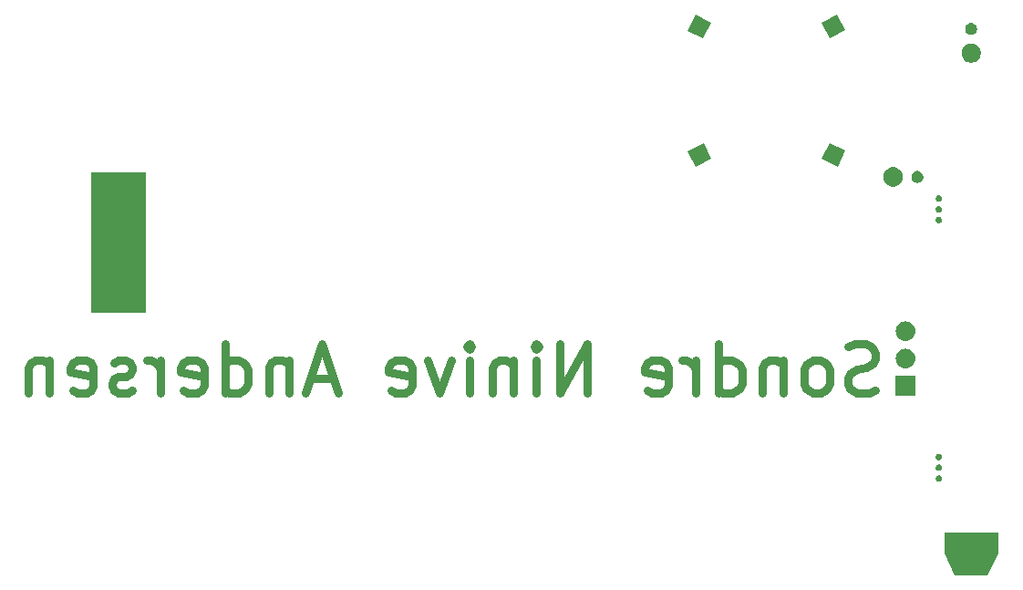
<source format=gbr>
G04 #@! TF.GenerationSoftware,KiCad,Pcbnew,(5.1.2)-2*
G04 #@! TF.CreationDate,2019-09-23T11:47:28+02:00*
G04 #@! TF.ProjectId,BusinessSynth,42757369-6e65-4737-9353-796e74682e6b,rev?*
G04 #@! TF.SameCoordinates,Original*
G04 #@! TF.FileFunction,Soldermask,Bot*
G04 #@! TF.FilePolarity,Negative*
%FSLAX46Y46*%
G04 Gerber Fmt 4.6, Leading zero omitted, Abs format (unit mm)*
G04 Created by KiCad (PCBNEW (5.1.2)-2) date 2019-09-23 11:47:28*
%MOMM*%
%LPD*%
G04 APERTURE LIST*
%ADD10C,0.800000*%
%ADD11C,0.100000*%
G04 APERTURE END LIST*
D10*
X184622857Y-105821428D02*
X183980000Y-106035714D01*
X182908571Y-106035714D01*
X182480000Y-105821428D01*
X182265714Y-105607142D01*
X182051428Y-105178571D01*
X182051428Y-104750000D01*
X182265714Y-104321428D01*
X182480000Y-104107142D01*
X182908571Y-103892857D01*
X183765714Y-103678571D01*
X184194285Y-103464285D01*
X184408571Y-103250000D01*
X184622857Y-102821428D01*
X184622857Y-102392857D01*
X184408571Y-101964285D01*
X184194285Y-101750000D01*
X183765714Y-101535714D01*
X182694285Y-101535714D01*
X182051428Y-101750000D01*
X179480000Y-106035714D02*
X179908571Y-105821428D01*
X180122857Y-105607142D01*
X180337142Y-105178571D01*
X180337142Y-103892857D01*
X180122857Y-103464285D01*
X179908571Y-103250000D01*
X179480000Y-103035714D01*
X178837142Y-103035714D01*
X178408571Y-103250000D01*
X178194285Y-103464285D01*
X177980000Y-103892857D01*
X177980000Y-105178571D01*
X178194285Y-105607142D01*
X178408571Y-105821428D01*
X178837142Y-106035714D01*
X179480000Y-106035714D01*
X176051428Y-103035714D02*
X176051428Y-106035714D01*
X176051428Y-103464285D02*
X175837142Y-103250000D01*
X175408571Y-103035714D01*
X174765714Y-103035714D01*
X174337142Y-103250000D01*
X174122857Y-103678571D01*
X174122857Y-106035714D01*
X170051428Y-106035714D02*
X170051428Y-101535714D01*
X170051428Y-105821428D02*
X170480000Y-106035714D01*
X171337142Y-106035714D01*
X171765714Y-105821428D01*
X171980000Y-105607142D01*
X172194285Y-105178571D01*
X172194285Y-103892857D01*
X171980000Y-103464285D01*
X171765714Y-103250000D01*
X171337142Y-103035714D01*
X170480000Y-103035714D01*
X170051428Y-103250000D01*
X167908571Y-106035714D02*
X167908571Y-103035714D01*
X167908571Y-103892857D02*
X167694285Y-103464285D01*
X167480000Y-103250000D01*
X167051428Y-103035714D01*
X166622857Y-103035714D01*
X163408571Y-105821428D02*
X163837142Y-106035714D01*
X164694285Y-106035714D01*
X165122857Y-105821428D01*
X165337142Y-105392857D01*
X165337142Y-103678571D01*
X165122857Y-103250000D01*
X164694285Y-103035714D01*
X163837142Y-103035714D01*
X163408571Y-103250000D01*
X163194285Y-103678571D01*
X163194285Y-104107142D01*
X165337142Y-104535714D01*
X157837142Y-106035714D02*
X157837142Y-101535714D01*
X155265714Y-106035714D01*
X155265714Y-101535714D01*
X153122857Y-106035714D02*
X153122857Y-103035714D01*
X153122857Y-101535714D02*
X153337142Y-101750000D01*
X153122857Y-101964285D01*
X152908571Y-101750000D01*
X153122857Y-101535714D01*
X153122857Y-101964285D01*
X150980000Y-103035714D02*
X150980000Y-106035714D01*
X150980000Y-103464285D02*
X150765714Y-103250000D01*
X150337142Y-103035714D01*
X149694285Y-103035714D01*
X149265714Y-103250000D01*
X149051428Y-103678571D01*
X149051428Y-106035714D01*
X146908571Y-106035714D02*
X146908571Y-103035714D01*
X146908571Y-101535714D02*
X147122857Y-101750000D01*
X146908571Y-101964285D01*
X146694285Y-101750000D01*
X146908571Y-101535714D01*
X146908571Y-101964285D01*
X145194285Y-103035714D02*
X144122857Y-106035714D01*
X143051428Y-103035714D01*
X139622857Y-105821428D02*
X140051428Y-106035714D01*
X140908571Y-106035714D01*
X141337142Y-105821428D01*
X141551428Y-105392857D01*
X141551428Y-103678571D01*
X141337142Y-103250000D01*
X140908571Y-103035714D01*
X140051428Y-103035714D01*
X139622857Y-103250000D01*
X139408571Y-103678571D01*
X139408571Y-104107142D01*
X141551428Y-104535714D01*
X134265714Y-104750000D02*
X132122857Y-104750000D01*
X134694285Y-106035714D02*
X133194285Y-101535714D01*
X131694285Y-106035714D01*
X130194285Y-103035714D02*
X130194285Y-106035714D01*
X130194285Y-103464285D02*
X129980000Y-103250000D01*
X129551428Y-103035714D01*
X128908571Y-103035714D01*
X128480000Y-103250000D01*
X128265714Y-103678571D01*
X128265714Y-106035714D01*
X124194285Y-106035714D02*
X124194285Y-101535714D01*
X124194285Y-105821428D02*
X124622857Y-106035714D01*
X125480000Y-106035714D01*
X125908571Y-105821428D01*
X126122857Y-105607142D01*
X126337142Y-105178571D01*
X126337142Y-103892857D01*
X126122857Y-103464285D01*
X125908571Y-103250000D01*
X125480000Y-103035714D01*
X124622857Y-103035714D01*
X124194285Y-103250000D01*
X120337142Y-105821428D02*
X120765714Y-106035714D01*
X121622857Y-106035714D01*
X122051428Y-105821428D01*
X122265714Y-105392857D01*
X122265714Y-103678571D01*
X122051428Y-103250000D01*
X121622857Y-103035714D01*
X120765714Y-103035714D01*
X120337142Y-103250000D01*
X120122857Y-103678571D01*
X120122857Y-104107142D01*
X122265714Y-104535714D01*
X118194285Y-106035714D02*
X118194285Y-103035714D01*
X118194285Y-103892857D02*
X117980000Y-103464285D01*
X117765714Y-103250000D01*
X117337142Y-103035714D01*
X116908571Y-103035714D01*
X115622857Y-105821428D02*
X115194285Y-106035714D01*
X114337142Y-106035714D01*
X113908571Y-105821428D01*
X113694285Y-105392857D01*
X113694285Y-105178571D01*
X113908571Y-104750000D01*
X114337142Y-104535714D01*
X114980000Y-104535714D01*
X115408571Y-104321428D01*
X115622857Y-103892857D01*
X115622857Y-103678571D01*
X115408571Y-103250000D01*
X114980000Y-103035714D01*
X114337142Y-103035714D01*
X113908571Y-103250000D01*
X110051428Y-105821428D02*
X110480000Y-106035714D01*
X111337142Y-106035714D01*
X111765714Y-105821428D01*
X111980000Y-105392857D01*
X111980000Y-103678571D01*
X111765714Y-103250000D01*
X111337142Y-103035714D01*
X110480000Y-103035714D01*
X110051428Y-103250000D01*
X109837142Y-103678571D01*
X109837142Y-104107142D01*
X111980000Y-104535714D01*
X107908571Y-103035714D02*
X107908571Y-106035714D01*
X107908571Y-103464285D02*
X107694285Y-103250000D01*
X107265714Y-103035714D01*
X106622857Y-103035714D01*
X106194285Y-103250000D01*
X105980000Y-103678571D01*
X105980000Y-106035714D01*
D11*
G36*
X196000000Y-121000000D02*
G01*
X195000000Y-123000000D01*
X192000000Y-123000000D01*
X191000000Y-121000000D01*
X191000000Y-119000000D01*
X196000000Y-119000000D01*
X196000000Y-121000000D01*
X196000000Y-121000000D01*
G37*
G36*
X190587802Y-113710567D02*
G01*
X190642574Y-113733255D01*
X190691875Y-113766197D01*
X190733803Y-113808125D01*
X190766745Y-113857426D01*
X190789433Y-113912198D01*
X190801000Y-113970354D01*
X190801000Y-114029646D01*
X190789433Y-114087802D01*
X190766745Y-114142574D01*
X190733803Y-114191875D01*
X190691875Y-114233803D01*
X190642574Y-114266745D01*
X190587802Y-114289433D01*
X190529646Y-114301000D01*
X190470354Y-114301000D01*
X190412198Y-114289433D01*
X190357426Y-114266745D01*
X190308125Y-114233803D01*
X190266197Y-114191875D01*
X190233255Y-114142574D01*
X190210567Y-114087802D01*
X190199000Y-114029646D01*
X190199000Y-113970354D01*
X190210567Y-113912198D01*
X190233255Y-113857426D01*
X190266197Y-113808125D01*
X190308125Y-113766197D01*
X190357426Y-113733255D01*
X190412198Y-113710567D01*
X190470354Y-113699000D01*
X190529646Y-113699000D01*
X190587802Y-113710567D01*
X190587802Y-113710567D01*
G37*
G36*
X190587802Y-112710567D02*
G01*
X190642574Y-112733255D01*
X190691875Y-112766197D01*
X190733803Y-112808125D01*
X190766745Y-112857426D01*
X190789433Y-112912198D01*
X190801000Y-112970354D01*
X190801000Y-113029646D01*
X190789433Y-113087802D01*
X190766745Y-113142574D01*
X190733803Y-113191875D01*
X190691875Y-113233803D01*
X190642574Y-113266745D01*
X190587802Y-113289433D01*
X190529646Y-113301000D01*
X190470354Y-113301000D01*
X190412198Y-113289433D01*
X190357426Y-113266745D01*
X190308125Y-113233803D01*
X190266197Y-113191875D01*
X190233255Y-113142574D01*
X190210567Y-113087802D01*
X190199000Y-113029646D01*
X190199000Y-112970354D01*
X190210567Y-112912198D01*
X190233255Y-112857426D01*
X190266197Y-112808125D01*
X190308125Y-112766197D01*
X190357426Y-112733255D01*
X190412198Y-112710567D01*
X190470354Y-112699000D01*
X190529646Y-112699000D01*
X190587802Y-112710567D01*
X190587802Y-112710567D01*
G37*
G36*
X190587802Y-111710567D02*
G01*
X190642574Y-111733255D01*
X190691875Y-111766197D01*
X190733803Y-111808125D01*
X190766745Y-111857426D01*
X190789433Y-111912198D01*
X190801000Y-111970354D01*
X190801000Y-112029646D01*
X190789433Y-112087802D01*
X190766745Y-112142574D01*
X190733803Y-112191875D01*
X190691875Y-112233803D01*
X190642574Y-112266745D01*
X190587802Y-112289433D01*
X190529646Y-112301000D01*
X190470354Y-112301000D01*
X190412198Y-112289433D01*
X190357426Y-112266745D01*
X190308125Y-112233803D01*
X190266197Y-112191875D01*
X190233255Y-112142574D01*
X190210567Y-112087802D01*
X190199000Y-112029646D01*
X190199000Y-111970354D01*
X190210567Y-111912198D01*
X190233255Y-111857426D01*
X190266197Y-111808125D01*
X190308125Y-111766197D01*
X190357426Y-111733255D01*
X190412198Y-111710567D01*
X190470354Y-111699000D01*
X190529646Y-111699000D01*
X190587802Y-111710567D01*
X190587802Y-111710567D01*
G37*
G36*
X188301000Y-106301000D02*
G01*
X186499000Y-106301000D01*
X186499000Y-104499000D01*
X188301000Y-104499000D01*
X188301000Y-106301000D01*
X188301000Y-106301000D01*
G37*
G36*
X187576627Y-101972037D02*
G01*
X187746466Y-102023557D01*
X187746468Y-102023558D01*
X187902992Y-102107222D01*
X188040186Y-102219814D01*
X188152778Y-102357008D01*
X188236442Y-102513532D01*
X188236443Y-102513534D01*
X188287963Y-102683373D01*
X188305359Y-102860000D01*
X188287963Y-103036627D01*
X188236443Y-103206466D01*
X188236442Y-103206468D01*
X188152778Y-103362992D01*
X188040186Y-103500186D01*
X187902992Y-103612778D01*
X187746468Y-103696442D01*
X187746466Y-103696443D01*
X187576627Y-103747963D01*
X187444258Y-103761000D01*
X187355742Y-103761000D01*
X187223373Y-103747963D01*
X187053534Y-103696443D01*
X187053532Y-103696442D01*
X186897008Y-103612778D01*
X186759814Y-103500186D01*
X186647222Y-103362992D01*
X186563558Y-103206468D01*
X186563557Y-103206466D01*
X186512037Y-103036627D01*
X186494641Y-102860000D01*
X186512037Y-102683373D01*
X186563557Y-102513534D01*
X186563558Y-102513532D01*
X186647222Y-102357008D01*
X186759814Y-102219814D01*
X186897008Y-102107222D01*
X187053532Y-102023558D01*
X187053534Y-102023557D01*
X187223373Y-101972037D01*
X187355742Y-101959000D01*
X187444258Y-101959000D01*
X187576627Y-101972037D01*
X187576627Y-101972037D01*
G37*
G36*
X187576627Y-99432037D02*
G01*
X187746466Y-99483557D01*
X187746468Y-99483558D01*
X187902992Y-99567222D01*
X188040186Y-99679814D01*
X188152778Y-99817008D01*
X188236442Y-99973532D01*
X188236443Y-99973534D01*
X188287963Y-100143373D01*
X188305359Y-100320000D01*
X188287963Y-100496627D01*
X188236443Y-100666466D01*
X188236442Y-100666468D01*
X188152778Y-100822992D01*
X188040186Y-100960186D01*
X187902992Y-101072778D01*
X187746468Y-101156442D01*
X187746466Y-101156443D01*
X187576627Y-101207963D01*
X187444258Y-101221000D01*
X187355742Y-101221000D01*
X187223373Y-101207963D01*
X187053534Y-101156443D01*
X187053532Y-101156442D01*
X186897008Y-101072778D01*
X186759814Y-100960186D01*
X186647222Y-100822992D01*
X186563558Y-100666468D01*
X186563557Y-100666466D01*
X186512037Y-100496627D01*
X186494641Y-100320000D01*
X186512037Y-100143373D01*
X186563557Y-99973534D01*
X186563558Y-99973532D01*
X186647222Y-99817008D01*
X186759814Y-99679814D01*
X186897008Y-99567222D01*
X187053532Y-99483558D01*
X187053534Y-99483557D01*
X187223373Y-99432037D01*
X187355742Y-99419000D01*
X187444258Y-99419000D01*
X187576627Y-99432037D01*
X187576627Y-99432037D01*
G37*
G36*
X116901000Y-98651000D02*
G01*
X111799000Y-98651000D01*
X111799000Y-85549000D01*
X116901000Y-85549000D01*
X116901000Y-98651000D01*
X116901000Y-98651000D01*
G37*
G36*
X190587802Y-89710567D02*
G01*
X190642574Y-89733255D01*
X190691875Y-89766197D01*
X190733803Y-89808125D01*
X190766745Y-89857426D01*
X190789433Y-89912198D01*
X190801000Y-89970354D01*
X190801000Y-90029646D01*
X190789433Y-90087802D01*
X190766745Y-90142574D01*
X190733803Y-90191875D01*
X190691875Y-90233803D01*
X190642574Y-90266745D01*
X190587802Y-90289433D01*
X190529646Y-90301000D01*
X190470354Y-90301000D01*
X190412198Y-90289433D01*
X190357426Y-90266745D01*
X190308125Y-90233803D01*
X190266197Y-90191875D01*
X190233255Y-90142574D01*
X190210567Y-90087802D01*
X190199000Y-90029646D01*
X190199000Y-89970354D01*
X190210567Y-89912198D01*
X190233255Y-89857426D01*
X190266197Y-89808125D01*
X190308125Y-89766197D01*
X190357426Y-89733255D01*
X190412198Y-89710567D01*
X190470354Y-89699000D01*
X190529646Y-89699000D01*
X190587802Y-89710567D01*
X190587802Y-89710567D01*
G37*
G36*
X190587802Y-88710567D02*
G01*
X190642574Y-88733255D01*
X190691875Y-88766197D01*
X190733803Y-88808125D01*
X190766745Y-88857426D01*
X190789433Y-88912198D01*
X190801000Y-88970354D01*
X190801000Y-89029646D01*
X190789433Y-89087802D01*
X190766745Y-89142574D01*
X190733803Y-89191875D01*
X190691875Y-89233803D01*
X190642574Y-89266745D01*
X190587802Y-89289433D01*
X190529646Y-89301000D01*
X190470354Y-89301000D01*
X190412198Y-89289433D01*
X190357426Y-89266745D01*
X190308125Y-89233803D01*
X190266197Y-89191875D01*
X190233255Y-89142574D01*
X190210567Y-89087802D01*
X190199000Y-89029646D01*
X190199000Y-88970354D01*
X190210567Y-88912198D01*
X190233255Y-88857426D01*
X190266197Y-88808125D01*
X190308125Y-88766197D01*
X190357426Y-88733255D01*
X190412198Y-88710567D01*
X190470354Y-88699000D01*
X190529646Y-88699000D01*
X190587802Y-88710567D01*
X190587802Y-88710567D01*
G37*
G36*
X190587802Y-87710567D02*
G01*
X190642574Y-87733255D01*
X190691875Y-87766197D01*
X190733803Y-87808125D01*
X190766745Y-87857426D01*
X190789433Y-87912198D01*
X190801000Y-87970354D01*
X190801000Y-88029646D01*
X190789433Y-88087802D01*
X190766745Y-88142574D01*
X190733803Y-88191875D01*
X190691875Y-88233803D01*
X190642574Y-88266745D01*
X190587802Y-88289433D01*
X190529646Y-88301000D01*
X190470354Y-88301000D01*
X190412198Y-88289433D01*
X190357426Y-88266745D01*
X190308125Y-88233803D01*
X190266197Y-88191875D01*
X190233255Y-88142574D01*
X190210567Y-88087802D01*
X190199000Y-88029646D01*
X190199000Y-87970354D01*
X190210567Y-87912198D01*
X190233255Y-87857426D01*
X190266197Y-87808125D01*
X190308125Y-87766197D01*
X190357426Y-87733255D01*
X190412198Y-87710567D01*
X190470354Y-87699000D01*
X190529646Y-87699000D01*
X190587802Y-87710567D01*
X190587802Y-87710567D01*
G37*
G36*
X186512812Y-85133624D02*
G01*
X186512814Y-85133625D01*
X186512815Y-85133625D01*
X186676784Y-85201544D01*
X186824354Y-85300147D01*
X186949853Y-85425646D01*
X187048456Y-85573216D01*
X187116376Y-85737188D01*
X187151000Y-85911259D01*
X187151000Y-86088741D01*
X187116376Y-86262812D01*
X187048456Y-86426784D01*
X186949853Y-86574354D01*
X186824354Y-86699853D01*
X186676784Y-86798456D01*
X186512815Y-86866375D01*
X186512814Y-86866375D01*
X186512812Y-86866376D01*
X186338741Y-86901000D01*
X186161259Y-86901000D01*
X185987188Y-86866376D01*
X185987186Y-86866375D01*
X185987185Y-86866375D01*
X185823216Y-86798456D01*
X185675646Y-86699853D01*
X185550147Y-86574354D01*
X185451544Y-86426784D01*
X185383624Y-86262812D01*
X185349000Y-86088741D01*
X185349000Y-85911259D01*
X185383624Y-85737188D01*
X185451544Y-85573216D01*
X185550147Y-85425646D01*
X185675646Y-85300147D01*
X185823216Y-85201544D01*
X185987185Y-85133625D01*
X185987186Y-85133625D01*
X185987188Y-85133624D01*
X186161259Y-85099000D01*
X186338741Y-85099000D01*
X186512812Y-85133624D01*
X186512812Y-85133624D01*
G37*
G36*
X188589753Y-85456058D02*
G01*
X188660723Y-85470175D01*
X188760996Y-85511710D01*
X188851242Y-85572010D01*
X188927990Y-85648758D01*
X188927993Y-85648763D01*
X188988290Y-85739004D01*
X189029825Y-85839277D01*
X189051000Y-85945732D01*
X189051000Y-86054268D01*
X189029825Y-86160723D01*
X188988290Y-86260996D01*
X188927990Y-86351242D01*
X188851242Y-86427990D01*
X188760996Y-86488290D01*
X188660723Y-86529825D01*
X188589753Y-86543942D01*
X188554269Y-86551000D01*
X188445731Y-86551000D01*
X188410247Y-86543942D01*
X188339277Y-86529825D01*
X188239004Y-86488290D01*
X188148758Y-86427990D01*
X188072010Y-86351242D01*
X188011710Y-86260996D01*
X187970175Y-86160723D01*
X187949000Y-86054268D01*
X187949000Y-85945732D01*
X187970175Y-85839277D01*
X188011710Y-85739004D01*
X188072007Y-85648763D01*
X188072010Y-85648758D01*
X188148758Y-85572010D01*
X188239004Y-85511710D01*
X188339277Y-85470175D01*
X188410247Y-85456058D01*
X188445731Y-85449000D01*
X188554269Y-85449000D01*
X188589753Y-85456058D01*
X188589753Y-85456058D01*
G37*
G36*
X169379226Y-84319845D02*
G01*
X167925331Y-85047902D01*
X167197274Y-83594007D01*
X168651169Y-82865950D01*
X169379226Y-84319845D01*
X169379226Y-84319845D01*
G37*
G36*
X181821328Y-83574843D02*
G01*
X181095810Y-85030007D01*
X179640646Y-84304489D01*
X180366164Y-82849325D01*
X181821328Y-83574843D01*
X181821328Y-83574843D01*
G37*
G36*
X193762812Y-73633624D02*
G01*
X193762814Y-73633625D01*
X193762815Y-73633625D01*
X193926784Y-73701544D01*
X194074354Y-73800147D01*
X194199853Y-73925646D01*
X194298456Y-74073216D01*
X194366376Y-74237188D01*
X194401000Y-74411259D01*
X194401000Y-74588741D01*
X194366376Y-74762812D01*
X194298456Y-74926784D01*
X194199853Y-75074354D01*
X194074354Y-75199853D01*
X193926784Y-75298456D01*
X193762815Y-75366375D01*
X193762814Y-75366375D01*
X193762812Y-75366376D01*
X193588741Y-75401000D01*
X193411259Y-75401000D01*
X193237188Y-75366376D01*
X193237186Y-75366375D01*
X193237185Y-75366375D01*
X193073216Y-75298456D01*
X192925646Y-75199853D01*
X192800147Y-75074354D01*
X192701544Y-74926784D01*
X192633624Y-74762812D01*
X192599000Y-74588741D01*
X192599000Y-74411259D01*
X192633624Y-74237188D01*
X192701544Y-74073216D01*
X192800147Y-73925646D01*
X192925646Y-73800147D01*
X193073216Y-73701544D01*
X193237185Y-73633625D01*
X193237186Y-73633625D01*
X193237188Y-73633624D01*
X193411259Y-73599000D01*
X193588741Y-73599000D01*
X193762812Y-73633624D01*
X193762812Y-73633624D01*
G37*
G36*
X169359354Y-71695511D02*
G01*
X168633836Y-73150675D01*
X167178672Y-72425157D01*
X167904190Y-70969993D01*
X169359354Y-71695511D01*
X169359354Y-71695511D01*
G37*
G36*
X181802726Y-72405993D02*
G01*
X180348831Y-73134050D01*
X179620774Y-71680155D01*
X181074669Y-70952098D01*
X181802726Y-72405993D01*
X181802726Y-72405993D01*
G37*
G36*
X193589753Y-71706058D02*
G01*
X193660723Y-71720175D01*
X193760996Y-71761710D01*
X193851242Y-71822010D01*
X193927990Y-71898758D01*
X193927993Y-71898763D01*
X193988290Y-71989004D01*
X194029825Y-72089277D01*
X194051000Y-72195732D01*
X194051000Y-72304268D01*
X194029825Y-72410723D01*
X193988290Y-72510996D01*
X193927990Y-72601242D01*
X193851242Y-72677990D01*
X193760996Y-72738290D01*
X193660723Y-72779825D01*
X193589753Y-72793942D01*
X193554269Y-72801000D01*
X193445731Y-72801000D01*
X193410247Y-72793942D01*
X193339277Y-72779825D01*
X193239004Y-72738290D01*
X193148758Y-72677990D01*
X193072010Y-72601242D01*
X193011710Y-72510996D01*
X192970175Y-72410723D01*
X192949000Y-72304268D01*
X192949000Y-72195732D01*
X192970175Y-72089277D01*
X193011710Y-71989004D01*
X193072007Y-71898763D01*
X193072010Y-71898758D01*
X193148758Y-71822010D01*
X193239004Y-71761710D01*
X193339277Y-71720175D01*
X193410247Y-71706058D01*
X193445731Y-71699000D01*
X193554269Y-71699000D01*
X193589753Y-71706058D01*
X193589753Y-71706058D01*
G37*
M02*

</source>
